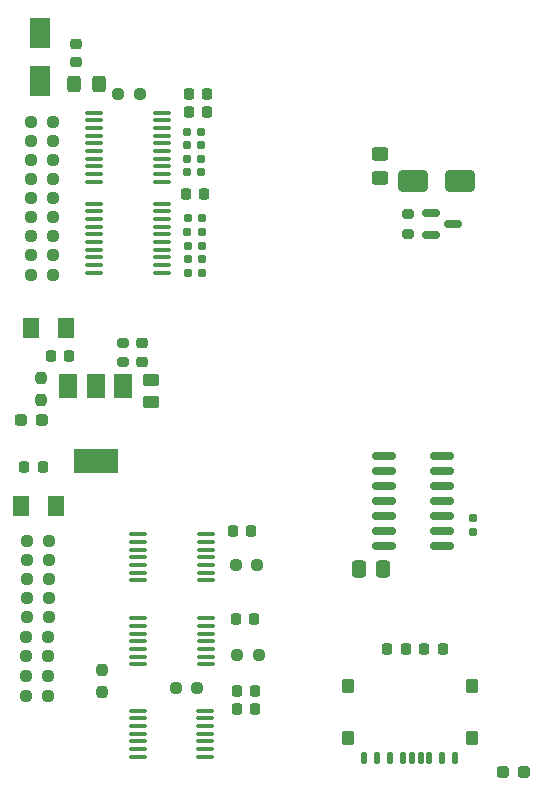
<source format=gbr>
%TF.GenerationSoftware,KiCad,Pcbnew,8.0.4-8.0.4-0~ubuntu22.04.1*%
%TF.CreationDate,2024-07-18T12:58:38-06:00*%
%TF.ProjectId,Centronics_50Pin,43656e74-726f-46e6-9963-735f35305069,1*%
%TF.SameCoordinates,Original*%
%TF.FileFunction,Paste,Top*%
%TF.FilePolarity,Positive*%
%FSLAX46Y46*%
G04 Gerber Fmt 4.6, Leading zero omitted, Abs format (unit mm)*
G04 Created by KiCad (PCBNEW 8.0.4-8.0.4-0~ubuntu22.04.1) date 2024-07-18 12:58:38*
%MOMM*%
%LPD*%
G01*
G04 APERTURE LIST*
G04 Aperture macros list*
%AMRoundRect*
0 Rectangle with rounded corners*
0 $1 Rounding radius*
0 $2 $3 $4 $5 $6 $7 $8 $9 X,Y pos of 4 corners*
0 Add a 4 corners polygon primitive as box body*
4,1,4,$2,$3,$4,$5,$6,$7,$8,$9,$2,$3,0*
0 Add four circle primitives for the rounded corners*
1,1,$1+$1,$2,$3*
1,1,$1+$1,$4,$5*
1,1,$1+$1,$6,$7*
1,1,$1+$1,$8,$9*
0 Add four rect primitives between the rounded corners*
20,1,$1+$1,$2,$3,$4,$5,0*
20,1,$1+$1,$4,$5,$6,$7,0*
20,1,$1+$1,$6,$7,$8,$9,0*
20,1,$1+$1,$8,$9,$2,$3,0*%
G04 Aperture macros list end*
%ADD10RoundRect,0.250001X0.462499X0.624999X-0.462499X0.624999X-0.462499X-0.624999X0.462499X-0.624999X0*%
%ADD11R,1.500000X2.000000*%
%ADD12R,3.800000X2.000000*%
%ADD13RoundRect,0.225000X0.225000X0.250000X-0.225000X0.250000X-0.225000X-0.250000X0.225000X-0.250000X0*%
%ADD14RoundRect,0.225000X-0.250000X0.225000X-0.250000X-0.225000X0.250000X-0.225000X0.250000X0.225000X0*%
%ADD15RoundRect,0.225000X-0.225000X-0.250000X0.225000X-0.250000X0.225000X0.250000X-0.225000X0.250000X0*%
%ADD16R,1.800000X2.500000*%
%ADD17RoundRect,0.160000X0.197500X0.160000X-0.197500X0.160000X-0.197500X-0.160000X0.197500X-0.160000X0*%
%ADD18RoundRect,0.237500X0.250000X0.237500X-0.250000X0.237500X-0.250000X-0.237500X0.250000X-0.237500X0*%
%ADD19RoundRect,0.237500X-0.287500X-0.237500X0.287500X-0.237500X0.287500X0.237500X-0.287500X0.237500X0*%
%ADD20RoundRect,0.250000X0.337500X0.475000X-0.337500X0.475000X-0.337500X-0.475000X0.337500X-0.475000X0*%
%ADD21RoundRect,0.237500X-0.237500X0.250000X-0.237500X-0.250000X0.237500X-0.250000X0.237500X0.250000X0*%
%ADD22RoundRect,0.250000X-1.000000X-0.650000X1.000000X-0.650000X1.000000X0.650000X-1.000000X0.650000X0*%
%ADD23RoundRect,0.200000X-0.275000X0.200000X-0.275000X-0.200000X0.275000X-0.200000X0.275000X0.200000X0*%
%ADD24RoundRect,0.100000X-0.637500X-0.100000X0.637500X-0.100000X0.637500X0.100000X-0.637500X0.100000X0*%
%ADD25RoundRect,0.150000X0.825000X0.150000X-0.825000X0.150000X-0.825000X-0.150000X0.825000X-0.150000X0*%
%ADD26RoundRect,0.160000X-0.160000X0.197500X-0.160000X-0.197500X0.160000X-0.197500X0.160000X0.197500X0*%
%ADD27RoundRect,0.125000X0.125000X0.415000X-0.125000X0.415000X-0.125000X-0.415000X0.125000X-0.415000X0*%
%ADD28RoundRect,0.262500X0.262500X0.337500X-0.262500X0.337500X-0.262500X-0.337500X0.262500X-0.337500X0*%
%ADD29RoundRect,0.150000X-0.587500X-0.150000X0.587500X-0.150000X0.587500X0.150000X-0.587500X0.150000X0*%
%ADD30RoundRect,0.250000X0.325000X0.450000X-0.325000X0.450000X-0.325000X-0.450000X0.325000X-0.450000X0*%
%ADD31RoundRect,0.237500X-0.250000X-0.237500X0.250000X-0.237500X0.250000X0.237500X-0.250000X0.237500X0*%
%ADD32RoundRect,0.250000X-0.450000X0.262500X-0.450000X-0.262500X0.450000X-0.262500X0.450000X0.262500X0*%
%ADD33RoundRect,0.250000X-0.450000X0.325000X-0.450000X-0.325000X0.450000X-0.325000X0.450000X0.325000X0*%
%ADD34RoundRect,0.225000X0.250000X-0.225000X0.250000X0.225000X-0.250000X0.225000X-0.250000X-0.225000X0*%
G04 APERTURE END LIST*
D10*
%TO.C,C3*%
X108997500Y-92640000D03*
X106022500Y-92640000D03*
%TD*%
%TO.C,C4*%
X108160000Y-107640000D03*
X105185000Y-107640000D03*
%TD*%
D11*
%TO.C,U3*%
X113769200Y-97536000D03*
X111469200Y-97536000D03*
D12*
X111469200Y-103836000D03*
D11*
X109169200Y-97536000D03*
%TD*%
D13*
%TO.C,C2*%
X109203980Y-94943880D03*
X107653980Y-94943880D03*
%TD*%
%TO.C,C5*%
X106980000Y-104350000D03*
X105430000Y-104350000D03*
%TD*%
D14*
%TO.C,C6*%
X109829600Y-68525200D03*
X109829600Y-70075200D03*
%TD*%
D15*
%TO.C,C12*%
X139295600Y-119763800D03*
X140845600Y-119763800D03*
%TD*%
D16*
%TO.C,D1*%
X106780000Y-71650000D03*
X106780000Y-67650000D03*
%TD*%
D17*
%TO.C,R42*%
X120410000Y-75980000D03*
X119215000Y-75980000D03*
%TD*%
D18*
%TO.C,R39*%
X107846500Y-80010000D03*
X106021500Y-80010000D03*
%TD*%
D17*
%TO.C,R16*%
X120460000Y-83320000D03*
X119265000Y-83320000D03*
%TD*%
D18*
%TO.C,R4*%
X107490900Y-113842800D03*
X105665900Y-113842800D03*
%TD*%
%TO.C,R33*%
X107848400Y-84836000D03*
X106023400Y-84836000D03*
%TD*%
D19*
%TO.C,D2*%
X145954400Y-130228600D03*
X147704400Y-130228600D03*
%TD*%
D18*
%TO.C,R36*%
X107846500Y-75133200D03*
X106021500Y-75133200D03*
%TD*%
D20*
%TO.C,C7*%
X135815900Y-113000800D03*
X133740900Y-113000800D03*
%TD*%
D21*
%TO.C,R56*%
X106863180Y-96876180D03*
X106863180Y-98701180D03*
%TD*%
D18*
%TO.C,R5*%
X107490900Y-115468400D03*
X105665900Y-115468400D03*
%TD*%
%TO.C,R35*%
X107848400Y-88087200D03*
X106023400Y-88087200D03*
%TD*%
D22*
%TO.C,D4*%
X138326000Y-80182800D03*
X142326000Y-80182800D03*
%TD*%
D18*
%TO.C,R1*%
X107848400Y-83210400D03*
X106023400Y-83210400D03*
%TD*%
D15*
%TO.C,C8*%
X119392500Y-74350000D03*
X120942500Y-74350000D03*
%TD*%
D18*
%TO.C,R38*%
X107846500Y-78384400D03*
X106021500Y-78384400D03*
%TD*%
D23*
%TO.C,R20*%
X113750000Y-93850000D03*
X113750000Y-95500000D03*
%TD*%
D17*
%TO.C,R17*%
X120410000Y-79383600D03*
X119215000Y-79383600D03*
%TD*%
D18*
%TO.C,R9*%
X107438200Y-118770400D03*
X105613200Y-118770400D03*
%TD*%
D17*
%TO.C,R13*%
X120472100Y-86774400D03*
X119277100Y-86774400D03*
%TD*%
D19*
%TO.C,D3*%
X105175380Y-100379480D03*
X106925380Y-100379480D03*
%TD*%
D18*
%TO.C,R40*%
X107846500Y-81584800D03*
X106021500Y-81584800D03*
%TD*%
D24*
%TO.C,U4*%
X111367500Y-74375000D03*
X111367500Y-75025000D03*
X111367500Y-75675000D03*
X111367500Y-76325000D03*
X111367500Y-76975000D03*
X111367500Y-77625000D03*
X111367500Y-78275000D03*
X111367500Y-78925000D03*
X111367500Y-79575000D03*
X111367500Y-80225000D03*
X117092500Y-80225000D03*
X117092500Y-79575000D03*
X117092500Y-78925000D03*
X117092500Y-78275000D03*
X117092500Y-77625000D03*
X117092500Y-76975000D03*
X117092500Y-76325000D03*
X117092500Y-75675000D03*
X117092500Y-75025000D03*
X117092500Y-74375000D03*
%TD*%
D17*
%TO.C,R18*%
X120410000Y-78266000D03*
X119215000Y-78266000D03*
%TD*%
D15*
%TO.C,C15*%
X123448300Y-123355200D03*
X124998300Y-123355200D03*
%TD*%
D13*
%TO.C,C14*%
X124871800Y-117201600D03*
X123321800Y-117201600D03*
%TD*%
D25*
%TO.C,U8*%
X140823600Y-111070400D03*
X140823600Y-109800400D03*
X140823600Y-108530400D03*
X140823600Y-107260400D03*
X140823600Y-105990400D03*
X140823600Y-104720400D03*
X140823600Y-103450400D03*
X135873600Y-103450400D03*
X135873600Y-104720400D03*
X135873600Y-105990400D03*
X135873600Y-107260400D03*
X135873600Y-108530400D03*
X135873600Y-109800400D03*
X135873600Y-111070400D03*
%TD*%
D18*
%TO.C,R3*%
X107489000Y-112217200D03*
X105664000Y-112217200D03*
%TD*%
D17*
%TO.C,R15*%
X120446700Y-84513800D03*
X119251700Y-84513800D03*
%TD*%
D13*
%TO.C,C1*%
X137726000Y-119742800D03*
X136176000Y-119742800D03*
%TD*%
D18*
%TO.C,R7*%
X107440100Y-122072400D03*
X105615100Y-122072400D03*
%TD*%
%TO.C,R8*%
X107438200Y-120396000D03*
X105613200Y-120396000D03*
%TD*%
D26*
%TO.C,R30*%
X143465200Y-108717600D03*
X143465200Y-109912600D03*
%TD*%
D18*
%TO.C,R2*%
X107490900Y-110642400D03*
X105665900Y-110642400D03*
%TD*%
D27*
%TO.C,SD2*%
X141930400Y-128986800D03*
X140830400Y-128986800D03*
X139730400Y-128986800D03*
X138980400Y-128986800D03*
X138280400Y-128986800D03*
X137530400Y-128986800D03*
X136430400Y-128986800D03*
X135330400Y-128986800D03*
X134230400Y-128986800D03*
D28*
X143305400Y-127346800D03*
X143305400Y-122896800D03*
X132855400Y-127346800D03*
X132855400Y-122896800D03*
%TD*%
D17*
%TO.C,R12*%
X120458800Y-87968200D03*
X119263800Y-87968200D03*
%TD*%
%TO.C,R19*%
X120410000Y-77148400D03*
X119215000Y-77148400D03*
%TD*%
D15*
%TO.C,C10*%
X119380000Y-72790000D03*
X120930000Y-72790000D03*
%TD*%
D13*
%TO.C,C9*%
X124639300Y-109784800D03*
X123089300Y-109784800D03*
%TD*%
D18*
%TO.C,R10*%
X107489000Y-117094000D03*
X105664000Y-117094000D03*
%TD*%
%TO.C,R34*%
X107848400Y-86461600D03*
X106023400Y-86461600D03*
%TD*%
D29*
%TO.C,Q3*%
X139836000Y-82862800D03*
X139836000Y-84762800D03*
X141711000Y-83812800D03*
%TD*%
D24*
%TO.C,U7*%
X115087500Y-117182000D03*
X115087500Y-117832000D03*
X115087500Y-118482000D03*
X115087500Y-119132000D03*
X115087500Y-119782000D03*
X115087500Y-120432000D03*
X115087500Y-121082000D03*
X120812500Y-121082000D03*
X120812500Y-120432000D03*
X120812500Y-119782000D03*
X120812500Y-119132000D03*
X120812500Y-118482000D03*
X120812500Y-117832000D03*
X120812500Y-117182000D03*
%TD*%
D18*
%TO.C,R37*%
X107846500Y-76758800D03*
X106021500Y-76758800D03*
%TD*%
D30*
%TO.C,F2*%
X111725000Y-71930000D03*
X109675000Y-71930000D03*
%TD*%
D18*
%TO.C,R22*%
X125280000Y-120310000D03*
X123455000Y-120310000D03*
%TD*%
%TO.C,R23*%
X125142500Y-112670000D03*
X123317500Y-112670000D03*
%TD*%
D31*
%TO.C,R25*%
X113365000Y-72810000D03*
X115190000Y-72810000D03*
%TD*%
D24*
%TO.C,U5*%
X115087500Y-110070000D03*
X115087500Y-110720000D03*
X115087500Y-111370000D03*
X115087500Y-112020000D03*
X115087500Y-112670000D03*
X115087500Y-113320000D03*
X115087500Y-113970000D03*
X120812500Y-113970000D03*
X120812500Y-113320000D03*
X120812500Y-112670000D03*
X120812500Y-112020000D03*
X120812500Y-111370000D03*
X120812500Y-110720000D03*
X120812500Y-110070000D03*
%TD*%
D17*
%TO.C,R14*%
X120458800Y-85631400D03*
X119263800Y-85631400D03*
%TD*%
D24*
%TO.C,U9*%
X111367500Y-82065000D03*
X111367500Y-82715000D03*
X111367500Y-83365000D03*
X111367500Y-84015000D03*
X111367500Y-84665000D03*
X111367500Y-85315000D03*
X111367500Y-85965000D03*
X111367500Y-86615000D03*
X111367500Y-87265000D03*
X111367500Y-87915000D03*
X117092500Y-87915000D03*
X117092500Y-87265000D03*
X117092500Y-86615000D03*
X117092500Y-85965000D03*
X117092500Y-85315000D03*
X117092500Y-84665000D03*
X117092500Y-84015000D03*
X117092500Y-83365000D03*
X117092500Y-82715000D03*
X117092500Y-82065000D03*
%TD*%
%TO.C,U6*%
X115036700Y-125005200D03*
X115036700Y-125655200D03*
X115036700Y-126305200D03*
X115036700Y-126955200D03*
X115036700Y-127605200D03*
X115036700Y-128255200D03*
X115036700Y-128905200D03*
X120761700Y-128905200D03*
X120761700Y-128255200D03*
X120761700Y-127605200D03*
X120761700Y-126955200D03*
X120761700Y-126305200D03*
X120761700Y-125655200D03*
X120761700Y-125005200D03*
%TD*%
D18*
%TO.C,R6*%
X107440100Y-123748800D03*
X105615100Y-123748800D03*
%TD*%
D15*
%TO.C,C11*%
X119130000Y-81250000D03*
X120680000Y-81250000D03*
%TD*%
D23*
%TO.C,R11*%
X137893500Y-82982800D03*
X137893500Y-84632800D03*
%TD*%
D13*
%TO.C,C13*%
X125010000Y-124880000D03*
X123460000Y-124880000D03*
%TD*%
D32*
%TO.C,R21*%
X116160000Y-97047500D03*
X116160000Y-98872500D03*
%TD*%
D31*
%TO.C,R29*%
X118256700Y-123043600D03*
X120081700Y-123043600D03*
%TD*%
D33*
%TO.C,F1*%
X135563500Y-77837800D03*
X135563500Y-79887800D03*
%TD*%
D34*
%TO.C,C16*%
X115360000Y-95445000D03*
X115360000Y-93895000D03*
%TD*%
D21*
%TO.C,R28*%
X112050000Y-121580000D03*
X112050000Y-123405000D03*
%TD*%
M02*

</source>
